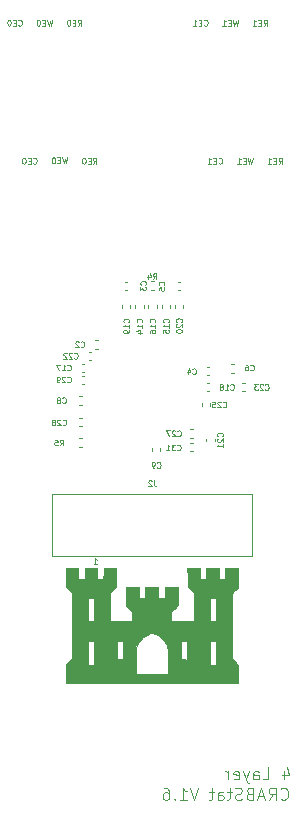
<source format=gbr>
%TF.GenerationSoftware,KiCad,Pcbnew,(5.1.2)-1*%
%TF.CreationDate,2022-05-17T10:19:51-05:00*%
%TF.ProjectId,aducm_board,61647563-6d5f-4626-9f61-72642e6b6963,1.6*%
%TF.SameCoordinates,Original*%
%TF.FileFunction,Legend,Bot*%
%TF.FilePolarity,Positive*%
%FSLAX46Y46*%
G04 Gerber Fmt 4.6, Leading zero omitted, Abs format (unit mm)*
G04 Created by KiCad (PCBNEW (5.1.2)-1) date 2022-05-17 10:19:51*
%MOMM*%
%LPD*%
G04 APERTURE LIST*
%ADD10C,0.101600*%
%ADD11C,0.050000*%
%ADD12C,0.120000*%
%ADD13C,0.010000*%
%ADD14C,0.050800*%
G04 APERTURE END LIST*
D10*
X152651333Y-150557285D02*
X152651333Y-151234619D01*
X152893238Y-150170238D02*
X153135142Y-150895952D01*
X152506190Y-150895952D01*
X150861238Y-151234619D02*
X151345047Y-151234619D01*
X151345047Y-150218619D01*
X150087142Y-151234619D02*
X150087142Y-150702428D01*
X150135523Y-150605666D01*
X150232285Y-150557285D01*
X150425809Y-150557285D01*
X150522571Y-150605666D01*
X150087142Y-151186238D02*
X150183904Y-151234619D01*
X150425809Y-151234619D01*
X150522571Y-151186238D01*
X150570952Y-151089476D01*
X150570952Y-150992714D01*
X150522571Y-150895952D01*
X150425809Y-150847571D01*
X150183904Y-150847571D01*
X150087142Y-150799190D01*
X149700095Y-150557285D02*
X149458190Y-151234619D01*
X149216285Y-150557285D02*
X149458190Y-151234619D01*
X149554952Y-151476523D01*
X149603333Y-151524904D01*
X149700095Y-151573285D01*
X148442190Y-151186238D02*
X148538952Y-151234619D01*
X148732476Y-151234619D01*
X148829238Y-151186238D01*
X148877619Y-151089476D01*
X148877619Y-150702428D01*
X148829238Y-150605666D01*
X148732476Y-150557285D01*
X148538952Y-150557285D01*
X148442190Y-150605666D01*
X148393809Y-150702428D01*
X148393809Y-150799190D01*
X148877619Y-150895952D01*
X147958380Y-151234619D02*
X147958380Y-150557285D01*
X147958380Y-150750809D02*
X147910000Y-150654047D01*
X147861619Y-150605666D01*
X147764857Y-150557285D01*
X147668095Y-150557285D01*
X152402952Y-152882857D02*
X152451333Y-152931238D01*
X152596476Y-152979619D01*
X152693238Y-152979619D01*
X152838380Y-152931238D01*
X152935142Y-152834476D01*
X152983523Y-152737714D01*
X153031904Y-152544190D01*
X153031904Y-152399047D01*
X152983523Y-152205523D01*
X152935142Y-152108761D01*
X152838380Y-152012000D01*
X152693238Y-151963619D01*
X152596476Y-151963619D01*
X152451333Y-152012000D01*
X152402952Y-152060380D01*
X151386952Y-152979619D02*
X151725619Y-152495809D01*
X151967523Y-152979619D02*
X151967523Y-151963619D01*
X151580476Y-151963619D01*
X151483714Y-152012000D01*
X151435333Y-152060380D01*
X151386952Y-152157142D01*
X151386952Y-152302285D01*
X151435333Y-152399047D01*
X151483714Y-152447428D01*
X151580476Y-152495809D01*
X151967523Y-152495809D01*
X150999904Y-152689333D02*
X150516095Y-152689333D01*
X151096666Y-152979619D02*
X150758000Y-151963619D01*
X150419333Y-152979619D01*
X149742000Y-152447428D02*
X149596857Y-152495809D01*
X149548476Y-152544190D01*
X149500095Y-152640952D01*
X149500095Y-152786095D01*
X149548476Y-152882857D01*
X149596857Y-152931238D01*
X149693619Y-152979619D01*
X150080666Y-152979619D01*
X150080666Y-151963619D01*
X149742000Y-151963619D01*
X149645238Y-152012000D01*
X149596857Y-152060380D01*
X149548476Y-152157142D01*
X149548476Y-152253904D01*
X149596857Y-152350666D01*
X149645238Y-152399047D01*
X149742000Y-152447428D01*
X150080666Y-152447428D01*
X149113047Y-152931238D02*
X148967904Y-152979619D01*
X148726000Y-152979619D01*
X148629238Y-152931238D01*
X148580857Y-152882857D01*
X148532476Y-152786095D01*
X148532476Y-152689333D01*
X148580857Y-152592571D01*
X148629238Y-152544190D01*
X148726000Y-152495809D01*
X148919523Y-152447428D01*
X149016285Y-152399047D01*
X149064666Y-152350666D01*
X149113047Y-152253904D01*
X149113047Y-152157142D01*
X149064666Y-152060380D01*
X149016285Y-152012000D01*
X148919523Y-151963619D01*
X148677619Y-151963619D01*
X148532476Y-152012000D01*
X148242190Y-152302285D02*
X147855142Y-152302285D01*
X148097047Y-151963619D02*
X148097047Y-152834476D01*
X148048666Y-152931238D01*
X147951904Y-152979619D01*
X147855142Y-152979619D01*
X147081047Y-152979619D02*
X147081047Y-152447428D01*
X147129428Y-152350666D01*
X147226190Y-152302285D01*
X147419714Y-152302285D01*
X147516476Y-152350666D01*
X147081047Y-152931238D02*
X147177809Y-152979619D01*
X147419714Y-152979619D01*
X147516476Y-152931238D01*
X147564857Y-152834476D01*
X147564857Y-152737714D01*
X147516476Y-152640952D01*
X147419714Y-152592571D01*
X147177809Y-152592571D01*
X147081047Y-152544190D01*
X146742380Y-152302285D02*
X146355333Y-152302285D01*
X146597238Y-151963619D02*
X146597238Y-152834476D01*
X146548857Y-152931238D01*
X146452095Y-152979619D01*
X146355333Y-152979619D01*
X145387714Y-151963619D02*
X145049047Y-152979619D01*
X144710380Y-151963619D01*
X143839523Y-152979619D02*
X144420095Y-152979619D01*
X144129809Y-152979619D02*
X144129809Y-151963619D01*
X144226571Y-152108761D01*
X144323333Y-152205523D01*
X144420095Y-152253904D01*
X143404095Y-152882857D02*
X143355714Y-152931238D01*
X143404095Y-152979619D01*
X143452476Y-152931238D01*
X143404095Y-152882857D01*
X143404095Y-152979619D01*
X142484857Y-151963619D02*
X142678380Y-151963619D01*
X142775142Y-152012000D01*
X142823523Y-152060380D01*
X142920285Y-152205523D01*
X142968666Y-152399047D01*
X142968666Y-152786095D01*
X142920285Y-152882857D01*
X142871904Y-152931238D01*
X142775142Y-152979619D01*
X142581619Y-152979619D01*
X142484857Y-152931238D01*
X142436476Y-152882857D01*
X142388095Y-152786095D01*
X142388095Y-152544190D01*
X142436476Y-152447428D01*
X142484857Y-152399047D01*
X142581619Y-152350666D01*
X142775142Y-152350666D01*
X142871904Y-152399047D01*
X142920285Y-152447428D01*
X142968666Y-152544190D01*
D11*
X150959523Y-87426190D02*
X151126190Y-87188095D01*
X151245238Y-87426190D02*
X151245238Y-86926190D01*
X151054761Y-86926190D01*
X151007142Y-86950000D01*
X150983333Y-86973809D01*
X150959523Y-87021428D01*
X150959523Y-87092857D01*
X150983333Y-87140476D01*
X151007142Y-87164285D01*
X151054761Y-87188095D01*
X151245238Y-87188095D01*
X150745238Y-87164285D02*
X150578571Y-87164285D01*
X150507142Y-87426190D02*
X150745238Y-87426190D01*
X150745238Y-86926190D01*
X150507142Y-86926190D01*
X150030952Y-87426190D02*
X150316666Y-87426190D01*
X150173809Y-87426190D02*
X150173809Y-86926190D01*
X150221428Y-86997619D01*
X150269047Y-87045238D01*
X150316666Y-87069047D01*
X148782856Y-86926190D02*
X148663808Y-87426190D01*
X148568570Y-87069047D01*
X148473332Y-87426190D01*
X148354285Y-86926190D01*
X148163808Y-87164285D02*
X147997142Y-87164285D01*
X147925713Y-87426190D02*
X148163808Y-87426190D01*
X148163808Y-86926190D01*
X147925713Y-86926190D01*
X147449523Y-87426190D02*
X147735237Y-87426190D01*
X147592380Y-87426190D02*
X147592380Y-86926190D01*
X147639999Y-86997619D01*
X147687618Y-87045238D01*
X147735237Y-87069047D01*
X145899523Y-87378571D02*
X145923333Y-87402380D01*
X145994761Y-87426190D01*
X146042380Y-87426190D01*
X146113809Y-87402380D01*
X146161428Y-87354761D01*
X146185238Y-87307142D01*
X146209047Y-87211904D01*
X146209047Y-87140476D01*
X146185238Y-87045238D01*
X146161428Y-86997619D01*
X146113809Y-86950000D01*
X146042380Y-86926190D01*
X145994761Y-86926190D01*
X145923333Y-86950000D01*
X145899523Y-86973809D01*
X145685238Y-87164285D02*
X145518571Y-87164285D01*
X145447142Y-87426190D02*
X145685238Y-87426190D01*
X145685238Y-86926190D01*
X145447142Y-86926190D01*
X144970952Y-87426190D02*
X145256666Y-87426190D01*
X145113809Y-87426190D02*
X145113809Y-86926190D01*
X145161428Y-86997619D01*
X145209047Y-87045238D01*
X145256666Y-87069047D01*
X152209523Y-99116190D02*
X152376190Y-98878095D01*
X152495238Y-99116190D02*
X152495238Y-98616190D01*
X152304761Y-98616190D01*
X152257142Y-98640000D01*
X152233333Y-98663809D01*
X152209523Y-98711428D01*
X152209523Y-98782857D01*
X152233333Y-98830476D01*
X152257142Y-98854285D01*
X152304761Y-98878095D01*
X152495238Y-98878095D01*
X151995238Y-98854285D02*
X151828571Y-98854285D01*
X151757142Y-99116190D02*
X151995238Y-99116190D01*
X151995238Y-98616190D01*
X151757142Y-98616190D01*
X151280952Y-99116190D02*
X151566666Y-99116190D01*
X151423809Y-99116190D02*
X151423809Y-98616190D01*
X151471428Y-98687619D01*
X151519047Y-98735238D01*
X151566666Y-98759047D01*
X147129523Y-99068571D02*
X147153333Y-99092380D01*
X147224761Y-99116190D01*
X147272380Y-99116190D01*
X147343809Y-99092380D01*
X147391428Y-99044761D01*
X147415238Y-98997142D01*
X147439047Y-98901904D01*
X147439047Y-98830476D01*
X147415238Y-98735238D01*
X147391428Y-98687619D01*
X147343809Y-98640000D01*
X147272380Y-98616190D01*
X147224761Y-98616190D01*
X147153333Y-98640000D01*
X147129523Y-98663809D01*
X146915238Y-98854285D02*
X146748571Y-98854285D01*
X146677142Y-99116190D02*
X146915238Y-99116190D01*
X146915238Y-98616190D01*
X146677142Y-98616190D01*
X146200952Y-99116190D02*
X146486666Y-99116190D01*
X146343809Y-99116190D02*
X146343809Y-98616190D01*
X146391428Y-98687619D01*
X146439047Y-98735238D01*
X146486666Y-98759047D01*
X150038571Y-98616190D02*
X149919523Y-99116190D01*
X149824285Y-98759047D01*
X149729047Y-99116190D01*
X149610000Y-98616190D01*
X149419523Y-98854285D02*
X149252857Y-98854285D01*
X149181428Y-99116190D02*
X149419523Y-99116190D01*
X149419523Y-98616190D01*
X149181428Y-98616190D01*
X148705238Y-99116190D02*
X148990952Y-99116190D01*
X148848095Y-99116190D02*
X148848095Y-98616190D01*
X148895714Y-98687619D01*
X148943333Y-98735238D01*
X148990952Y-98759047D01*
X136509523Y-99116190D02*
X136676190Y-98878095D01*
X136795238Y-99116190D02*
X136795238Y-98616190D01*
X136604761Y-98616190D01*
X136557142Y-98640000D01*
X136533333Y-98663809D01*
X136509523Y-98711428D01*
X136509523Y-98782857D01*
X136533333Y-98830476D01*
X136557142Y-98854285D01*
X136604761Y-98878095D01*
X136795238Y-98878095D01*
X136295238Y-98854285D02*
X136128571Y-98854285D01*
X136057142Y-99116190D02*
X136295238Y-99116190D01*
X136295238Y-98616190D01*
X136057142Y-98616190D01*
X135747619Y-98616190D02*
X135700000Y-98616190D01*
X135652380Y-98640000D01*
X135628571Y-98663809D01*
X135604761Y-98711428D01*
X135580952Y-98806666D01*
X135580952Y-98925714D01*
X135604761Y-99020952D01*
X135628571Y-99068571D01*
X135652380Y-99092380D01*
X135700000Y-99116190D01*
X135747619Y-99116190D01*
X135795238Y-99092380D01*
X135819047Y-99068571D01*
X135842857Y-99020952D01*
X135866666Y-98925714D01*
X135866666Y-98806666D01*
X135842857Y-98711428D01*
X135819047Y-98663809D01*
X135795238Y-98640000D01*
X135747619Y-98616190D01*
X130179523Y-87378571D02*
X130203333Y-87402380D01*
X130274761Y-87426190D01*
X130322380Y-87426190D01*
X130393809Y-87402380D01*
X130441428Y-87354761D01*
X130465238Y-87307142D01*
X130489047Y-87211904D01*
X130489047Y-87140476D01*
X130465238Y-87045238D01*
X130441428Y-86997619D01*
X130393809Y-86950000D01*
X130322380Y-86926190D01*
X130274761Y-86926190D01*
X130203333Y-86950000D01*
X130179523Y-86973809D01*
X129965238Y-87164285D02*
X129798571Y-87164285D01*
X129727142Y-87426190D02*
X129965238Y-87426190D01*
X129965238Y-86926190D01*
X129727142Y-86926190D01*
X129417619Y-86926190D02*
X129370000Y-86926190D01*
X129322380Y-86950000D01*
X129298571Y-86973809D01*
X129274761Y-87021428D01*
X129250952Y-87116666D01*
X129250952Y-87235714D01*
X129274761Y-87330952D01*
X129298571Y-87378571D01*
X129322380Y-87402380D01*
X129370000Y-87426190D01*
X129417619Y-87426190D01*
X129465238Y-87402380D01*
X129489047Y-87378571D01*
X129512857Y-87330952D01*
X129536666Y-87235714D01*
X129536666Y-87116666D01*
X129512857Y-87021428D01*
X129489047Y-86973809D01*
X129465238Y-86950000D01*
X129417619Y-86926190D01*
X131429523Y-99068571D02*
X131453333Y-99092380D01*
X131524761Y-99116190D01*
X131572380Y-99116190D01*
X131643809Y-99092380D01*
X131691428Y-99044761D01*
X131715238Y-98997142D01*
X131739047Y-98901904D01*
X131739047Y-98830476D01*
X131715238Y-98735238D01*
X131691428Y-98687619D01*
X131643809Y-98640000D01*
X131572380Y-98616190D01*
X131524761Y-98616190D01*
X131453333Y-98640000D01*
X131429523Y-98663809D01*
X131215238Y-98854285D02*
X131048571Y-98854285D01*
X130977142Y-99116190D02*
X131215238Y-99116190D01*
X131215238Y-98616190D01*
X130977142Y-98616190D01*
X130667619Y-98616190D02*
X130620000Y-98616190D01*
X130572380Y-98640000D01*
X130548571Y-98663809D01*
X130524761Y-98711428D01*
X130500952Y-98806666D01*
X130500952Y-98925714D01*
X130524761Y-99020952D01*
X130548571Y-99068571D01*
X130572380Y-99092380D01*
X130620000Y-99116190D01*
X130667619Y-99116190D01*
X130715238Y-99092380D01*
X130739047Y-99068571D01*
X130762857Y-99020952D01*
X130786666Y-98925714D01*
X130786666Y-98806666D01*
X130762857Y-98711428D01*
X130739047Y-98663809D01*
X130715238Y-98640000D01*
X130667619Y-98616190D01*
X133052856Y-86926190D02*
X132933808Y-87426190D01*
X132838570Y-87069047D01*
X132743332Y-87426190D01*
X132624285Y-86926190D01*
X132433808Y-87164285D02*
X132267142Y-87164285D01*
X132195713Y-87426190D02*
X132433808Y-87426190D01*
X132433808Y-86926190D01*
X132195713Y-86926190D01*
X131886189Y-86926190D02*
X131838570Y-86926190D01*
X131790951Y-86950000D01*
X131767142Y-86973809D01*
X131743332Y-87021428D01*
X131719523Y-87116666D01*
X131719523Y-87235714D01*
X131743332Y-87330952D01*
X131767142Y-87378571D01*
X131790951Y-87402380D01*
X131838570Y-87426190D01*
X131886189Y-87426190D01*
X131933808Y-87402380D01*
X131957618Y-87378571D01*
X131981427Y-87330952D01*
X132005237Y-87235714D01*
X132005237Y-87116666D01*
X131981427Y-87021428D01*
X131957618Y-86973809D01*
X131933808Y-86950000D01*
X131886189Y-86926190D01*
X134338571Y-98580475D02*
X134219523Y-99080475D01*
X134124285Y-98723332D01*
X134029047Y-99080475D01*
X133910000Y-98580475D01*
X133719523Y-98818570D02*
X133552857Y-98818570D01*
X133481428Y-99080475D02*
X133719523Y-99080475D01*
X133719523Y-98580475D01*
X133481428Y-98580475D01*
X133171904Y-98580475D02*
X133124285Y-98580475D01*
X133076666Y-98604285D01*
X133052857Y-98628094D01*
X133029047Y-98675713D01*
X133005238Y-98770951D01*
X133005238Y-98889999D01*
X133029047Y-98985237D01*
X133052857Y-99032856D01*
X133076666Y-99056665D01*
X133124285Y-99080475D01*
X133171904Y-99080475D01*
X133219523Y-99056665D01*
X133243333Y-99032856D01*
X133267142Y-98985237D01*
X133290952Y-98889999D01*
X133290952Y-98770951D01*
X133267142Y-98675713D01*
X133243333Y-98628094D01*
X133219523Y-98604285D01*
X133171904Y-98580475D01*
X135229523Y-87426190D02*
X135396190Y-87188095D01*
X135515238Y-87426190D02*
X135515238Y-86926190D01*
X135324761Y-86926190D01*
X135277142Y-86950000D01*
X135253333Y-86973809D01*
X135229523Y-87021428D01*
X135229523Y-87092857D01*
X135253333Y-87140476D01*
X135277142Y-87164285D01*
X135324761Y-87188095D01*
X135515238Y-87188095D01*
X135015238Y-87164285D02*
X134848571Y-87164285D01*
X134777142Y-87426190D02*
X135015238Y-87426190D01*
X135015238Y-86926190D01*
X134777142Y-86926190D01*
X134467619Y-86926190D02*
X134420000Y-86926190D01*
X134372380Y-86950000D01*
X134348571Y-86973809D01*
X134324761Y-87021428D01*
X134300952Y-87116666D01*
X134300952Y-87235714D01*
X134324761Y-87330952D01*
X134348571Y-87378571D01*
X134372380Y-87402380D01*
X134420000Y-87426190D01*
X134467619Y-87426190D01*
X134515238Y-87402380D01*
X134539047Y-87378571D01*
X134562857Y-87330952D01*
X134586666Y-87235714D01*
X134586666Y-87116666D01*
X134562857Y-87021428D01*
X134539047Y-86973809D01*
X134515238Y-86950000D01*
X134467619Y-86926190D01*
X136567142Y-133026190D02*
X136852857Y-133026190D01*
X136710000Y-133026190D02*
X136710000Y-132526190D01*
X136757619Y-132597619D01*
X136805238Y-132645238D01*
X136852857Y-132669047D01*
D12*
%TO.C,R5*%
X135603641Y-123090000D02*
X135296359Y-123090000D01*
X135603641Y-122330000D02*
X135296359Y-122330000D01*
%TO.C,J2*%
X133000000Y-132340000D02*
X150000000Y-132340000D01*
X133000000Y-127090000D02*
X150000000Y-127090000D01*
X133000000Y-132340000D02*
X133000000Y-127090000D01*
X150000000Y-132340000D02*
X150000000Y-127090000D01*
D13*
%TO.C,*%
G36*
X137936063Y-133353669D02*
G01*
X137404250Y-133362375D01*
X137395464Y-133830687D01*
X137386678Y-134299000D01*
X136880375Y-134299000D01*
X136880375Y-133346500D01*
X135800875Y-133346500D01*
X135800875Y-134299000D01*
X135261125Y-134299000D01*
X135261125Y-133346500D01*
X134181625Y-133346500D01*
X134181625Y-134953069D01*
X134435625Y-135229771D01*
X134689625Y-135506474D01*
X134689625Y-140972088D01*
X134181625Y-141520072D01*
X134181625Y-143125500D01*
X148818375Y-143125500D01*
X148818375Y-142363500D01*
X142849375Y-142363500D01*
X140147669Y-142363500D01*
X140157085Y-141212562D01*
X140166500Y-140061625D01*
X140289346Y-139815562D01*
X140347402Y-139704843D01*
X140397199Y-139619966D01*
X140430822Y-139574034D01*
X140438019Y-139569500D01*
X139039375Y-139569500D01*
X139039375Y-141093500D01*
X138499625Y-141093500D01*
X138499625Y-139569500D01*
X136626375Y-139569500D01*
X136626375Y-141538000D01*
X136054875Y-141538000D01*
X136054875Y-139569500D01*
X136626375Y-139569500D01*
X138499625Y-139569500D01*
X139039375Y-139569500D01*
X140438019Y-139569500D01*
X140468041Y-139543633D01*
X140481504Y-139513937D01*
X140534371Y-139421749D01*
X140633006Y-139313900D01*
X140764866Y-139199873D01*
X140917409Y-139089153D01*
X141078095Y-138991226D01*
X141234381Y-138915575D01*
X141308342Y-138888630D01*
X141407169Y-138859404D01*
X141478941Y-138848256D01*
X141549365Y-138855883D01*
X141644147Y-138882978D01*
X141693445Y-138899030D01*
X141825040Y-138948569D01*
X141954514Y-139007479D01*
X142032405Y-139050243D01*
X142167650Y-139152417D01*
X142315872Y-139292949D01*
X142460381Y-139454056D01*
X142584485Y-139617955D01*
X142626312Y-139683021D01*
X142681831Y-139779431D01*
X142727183Y-139871600D01*
X142763397Y-139967169D01*
X142791504Y-140073784D01*
X142812535Y-140199087D01*
X142827521Y-140350722D01*
X142837492Y-140536331D01*
X142843478Y-140763558D01*
X142846512Y-141040047D01*
X142847545Y-141323687D01*
X142849375Y-142363500D01*
X148818375Y-142363500D01*
X148818375Y-141539073D01*
X148278625Y-140950679D01*
X148278765Y-139569500D01*
X146913375Y-139569500D01*
X146913375Y-141538000D01*
X146373625Y-141538000D01*
X146373625Y-139569500D01*
X144468625Y-139569500D01*
X144468625Y-141096068D01*
X144206688Y-141086846D01*
X143944750Y-141077625D01*
X143936238Y-140323562D01*
X143927726Y-139569500D01*
X144468625Y-139569500D01*
X146373625Y-139569500D01*
X146913375Y-139569500D01*
X148278765Y-139569500D01*
X148278901Y-138236027D01*
X148279142Y-135854750D01*
X146913375Y-135854750D01*
X146913375Y-137855000D01*
X146373625Y-137855000D01*
X146373625Y-135854750D01*
X146913375Y-135854750D01*
X148279142Y-135854750D01*
X148279176Y-135521375D01*
X148383826Y-135410250D01*
X148458992Y-135329375D01*
X148555660Y-135223952D01*
X148652967Y-135116734D01*
X148653426Y-135116226D01*
X148818375Y-134933327D01*
X148818375Y-133346500D01*
X147707125Y-133346500D01*
X147707125Y-134299000D01*
X147199125Y-134299000D01*
X147199125Y-133345000D01*
X146651438Y-133353687D01*
X146103750Y-133362375D01*
X146086178Y-134298999D01*
X145833027Y-134298999D01*
X145579875Y-134299000D01*
X145579875Y-133346500D01*
X144500375Y-133346500D01*
X144501327Y-134132312D01*
X144502278Y-134918125D01*
X144770556Y-135203875D01*
X145038835Y-135489625D01*
X145039480Y-136672312D01*
X145040125Y-137855000D01*
X143135125Y-137855000D01*
X143135125Y-137103746D01*
X143285938Y-136933308D01*
X143384033Y-136823381D01*
X143485978Y-136710594D01*
X143555813Y-136634420D01*
X143674876Y-136505969D01*
X143674875Y-135735859D01*
X143674875Y-134965750D01*
X142563625Y-134965750D01*
X142563625Y-135854750D01*
X142023875Y-135854750D01*
X142023875Y-134965750D01*
X140944375Y-134965750D01*
X140944375Y-135854750D01*
X140436375Y-135854750D01*
X140436375Y-134965750D01*
X139325125Y-134965750D01*
X139326151Y-135751562D01*
X139327177Y-136537375D01*
X139832371Y-137077125D01*
X139832748Y-137466062D01*
X139833125Y-137855000D01*
X137959875Y-137855000D01*
X137959876Y-136662664D01*
X137959876Y-135854750D01*
X136626375Y-135854750D01*
X136626375Y-137855000D01*
X136086625Y-137855000D01*
X136086625Y-135854750D01*
X136626375Y-135854750D01*
X137959876Y-135854750D01*
X137959876Y-135470328D01*
X138213188Y-135210101D01*
X138466500Y-134949875D01*
X138467188Y-134147419D01*
X138467875Y-133344964D01*
X137936063Y-133353669D01*
X137936063Y-133353669D01*
G37*
X137936063Y-133353669D02*
X137404250Y-133362375D01*
X137395464Y-133830687D01*
X137386678Y-134299000D01*
X136880375Y-134299000D01*
X136880375Y-133346500D01*
X135800875Y-133346500D01*
X135800875Y-134299000D01*
X135261125Y-134299000D01*
X135261125Y-133346500D01*
X134181625Y-133346500D01*
X134181625Y-134953069D01*
X134435625Y-135229771D01*
X134689625Y-135506474D01*
X134689625Y-140972088D01*
X134181625Y-141520072D01*
X134181625Y-143125500D01*
X148818375Y-143125500D01*
X148818375Y-142363500D01*
X142849375Y-142363500D01*
X140147669Y-142363500D01*
X140157085Y-141212562D01*
X140166500Y-140061625D01*
X140289346Y-139815562D01*
X140347402Y-139704843D01*
X140397199Y-139619966D01*
X140430822Y-139574034D01*
X140438019Y-139569500D01*
X139039375Y-139569500D01*
X139039375Y-141093500D01*
X138499625Y-141093500D01*
X138499625Y-139569500D01*
X136626375Y-139569500D01*
X136626375Y-141538000D01*
X136054875Y-141538000D01*
X136054875Y-139569500D01*
X136626375Y-139569500D01*
X138499625Y-139569500D01*
X139039375Y-139569500D01*
X140438019Y-139569500D01*
X140468041Y-139543633D01*
X140481504Y-139513937D01*
X140534371Y-139421749D01*
X140633006Y-139313900D01*
X140764866Y-139199873D01*
X140917409Y-139089153D01*
X141078095Y-138991226D01*
X141234381Y-138915575D01*
X141308342Y-138888630D01*
X141407169Y-138859404D01*
X141478941Y-138848256D01*
X141549365Y-138855883D01*
X141644147Y-138882978D01*
X141693445Y-138899030D01*
X141825040Y-138948569D01*
X141954514Y-139007479D01*
X142032405Y-139050243D01*
X142167650Y-139152417D01*
X142315872Y-139292949D01*
X142460381Y-139454056D01*
X142584485Y-139617955D01*
X142626312Y-139683021D01*
X142681831Y-139779431D01*
X142727183Y-139871600D01*
X142763397Y-139967169D01*
X142791504Y-140073784D01*
X142812535Y-140199087D01*
X142827521Y-140350722D01*
X142837492Y-140536331D01*
X142843478Y-140763558D01*
X142846512Y-141040047D01*
X142847545Y-141323687D01*
X142849375Y-142363500D01*
X148818375Y-142363500D01*
X148818375Y-141539073D01*
X148278625Y-140950679D01*
X148278765Y-139569500D01*
X146913375Y-139569500D01*
X146913375Y-141538000D01*
X146373625Y-141538000D01*
X146373625Y-139569500D01*
X144468625Y-139569500D01*
X144468625Y-141096068D01*
X144206688Y-141086846D01*
X143944750Y-141077625D01*
X143936238Y-140323562D01*
X143927726Y-139569500D01*
X144468625Y-139569500D01*
X146373625Y-139569500D01*
X146913375Y-139569500D01*
X148278765Y-139569500D01*
X148278901Y-138236027D01*
X148279142Y-135854750D01*
X146913375Y-135854750D01*
X146913375Y-137855000D01*
X146373625Y-137855000D01*
X146373625Y-135854750D01*
X146913375Y-135854750D01*
X148279142Y-135854750D01*
X148279176Y-135521375D01*
X148383826Y-135410250D01*
X148458992Y-135329375D01*
X148555660Y-135223952D01*
X148652967Y-135116734D01*
X148653426Y-135116226D01*
X148818375Y-134933327D01*
X148818375Y-133346500D01*
X147707125Y-133346500D01*
X147707125Y-134299000D01*
X147199125Y-134299000D01*
X147199125Y-133345000D01*
X146651438Y-133353687D01*
X146103750Y-133362375D01*
X146086178Y-134298999D01*
X145833027Y-134298999D01*
X145579875Y-134299000D01*
X145579875Y-133346500D01*
X144500375Y-133346500D01*
X144501327Y-134132312D01*
X144502278Y-134918125D01*
X144770556Y-135203875D01*
X145038835Y-135489625D01*
X145039480Y-136672312D01*
X145040125Y-137855000D01*
X143135125Y-137855000D01*
X143135125Y-137103746D01*
X143285938Y-136933308D01*
X143384033Y-136823381D01*
X143485978Y-136710594D01*
X143555813Y-136634420D01*
X143674876Y-136505969D01*
X143674875Y-135735859D01*
X143674875Y-134965750D01*
X142563625Y-134965750D01*
X142563625Y-135854750D01*
X142023875Y-135854750D01*
X142023875Y-134965750D01*
X140944375Y-134965750D01*
X140944375Y-135854750D01*
X140436375Y-135854750D01*
X140436375Y-134965750D01*
X139325125Y-134965750D01*
X139326151Y-135751562D01*
X139327177Y-136537375D01*
X139832371Y-137077125D01*
X139832748Y-137466062D01*
X139833125Y-137855000D01*
X137959875Y-137855000D01*
X137959876Y-136662664D01*
X137959876Y-135854750D01*
X136626375Y-135854750D01*
X136626375Y-137855000D01*
X136086625Y-137855000D01*
X136086625Y-135854750D01*
X136626375Y-135854750D01*
X137959876Y-135854750D01*
X137959876Y-135470328D01*
X138213188Y-135210101D01*
X138466500Y-134949875D01*
X138467188Y-134147419D01*
X138467875Y-133344964D01*
X137936063Y-133353669D01*
D12*
%TO.C,C23*%
X149327836Y-117680000D02*
X149112164Y-117680000D01*
X149327836Y-118400000D02*
X149112164Y-118400000D01*
%TO.C,C8*%
X135557836Y-118790000D02*
X135342164Y-118790000D01*
X135557836Y-119510000D02*
X135342164Y-119510000D01*
%TO.C,C9*%
X141490000Y-123222164D02*
X141490000Y-123437836D01*
X142210000Y-123222164D02*
X142210000Y-123437836D01*
%TO.C,C27*%
X144732164Y-122300000D02*
X144947836Y-122300000D01*
X144732164Y-121580000D02*
X144947836Y-121580000D01*
%TO.C,C31*%
X144732164Y-123480000D02*
X144947836Y-123480000D01*
X144732164Y-122760000D02*
X144947836Y-122760000D01*
%TO.C,C21*%
X146090000Y-122422164D02*
X146090000Y-122637836D01*
X146810000Y-122422164D02*
X146810000Y-122637836D01*
%TO.C,R4*%
X141703641Y-109840000D02*
X141396359Y-109840000D01*
X141703641Y-109080000D02*
X141396359Y-109080000D01*
%TO.C,C29*%
X135757836Y-117050000D02*
X135542164Y-117050000D01*
X135757836Y-117770000D02*
X135542164Y-117770000D01*
%TO.C,C28*%
X135557836Y-120640000D02*
X135342164Y-120640000D01*
X135557836Y-121360000D02*
X135342164Y-121360000D01*
%TO.C,C20*%
X144160000Y-111082164D02*
X144160000Y-111297836D01*
X143440000Y-111082164D02*
X143440000Y-111297836D01*
%TO.C,C19*%
X139660000Y-111102164D02*
X139660000Y-111317836D01*
X138940000Y-111102164D02*
X138940000Y-111317836D01*
%TO.C,C25*%
X146420000Y-119617836D02*
X146420000Y-119402164D01*
X145700000Y-119617836D02*
X145700000Y-119402164D01*
%TO.C,C22*%
X136122164Y-115760000D02*
X136337836Y-115760000D01*
X136122164Y-115040000D02*
X136337836Y-115040000D01*
%TO.C,C18*%
X146142164Y-118400000D02*
X146357836Y-118400000D01*
X146142164Y-117680000D02*
X146357836Y-117680000D01*
%TO.C,C17*%
X135777836Y-116040000D02*
X135562164Y-116040000D01*
X135777836Y-116760000D02*
X135562164Y-116760000D01*
%TO.C,C16*%
X141190000Y-111297836D02*
X141190000Y-111082164D01*
X141910000Y-111297836D02*
X141910000Y-111082164D01*
%TO.C,C15*%
X143035000Y-111082164D02*
X143035000Y-111297836D01*
X142315000Y-111082164D02*
X142315000Y-111297836D01*
%TO.C,C14*%
X140065000Y-111317836D02*
X140065000Y-111102164D01*
X140785000Y-111317836D02*
X140785000Y-111102164D01*
%TO.C,C6*%
X148222164Y-116810000D02*
X148437836Y-116810000D01*
X148222164Y-116090000D02*
X148437836Y-116090000D01*
%TO.C,C5*%
X143907836Y-109820000D02*
X143692164Y-109820000D01*
X143907836Y-109100000D02*
X143692164Y-109100000D01*
%TO.C,C4*%
X146142164Y-117010000D02*
X146357836Y-117010000D01*
X146142164Y-116290000D02*
X146357836Y-116290000D01*
%TO.C,C3*%
X139192164Y-109100000D02*
X139407836Y-109100000D01*
X139192164Y-109820000D02*
X139407836Y-109820000D01*
%TO.C,C2*%
X136917836Y-114050000D02*
X136702164Y-114050000D01*
X136917836Y-114770000D02*
X136702164Y-114770000D01*
%TO.C,R5*%
D14*
X133680433Y-122958319D02*
X133841300Y-122728509D01*
X133956204Y-122958319D02*
X133956204Y-122475719D01*
X133772357Y-122475719D01*
X133726395Y-122498700D01*
X133703414Y-122521680D01*
X133680433Y-122567642D01*
X133680433Y-122636585D01*
X133703414Y-122682547D01*
X133726395Y-122705528D01*
X133772357Y-122728509D01*
X133956204Y-122728509D01*
X133243795Y-122475719D02*
X133473604Y-122475719D01*
X133496585Y-122705528D01*
X133473604Y-122682547D01*
X133427642Y-122659566D01*
X133312738Y-122659566D01*
X133266776Y-122682547D01*
X133243795Y-122705528D01*
X133220814Y-122751490D01*
X133220814Y-122866395D01*
X133243795Y-122912357D01*
X133266776Y-122935338D01*
X133312738Y-122958319D01*
X133427642Y-122958319D01*
X133473604Y-122935338D01*
X133496585Y-122912357D01*
%TO.C,J2*%
X141670866Y-125935719D02*
X141670866Y-126280433D01*
X141693847Y-126349376D01*
X141739809Y-126395338D01*
X141808752Y-126418319D01*
X141854714Y-126418319D01*
X141464038Y-125981680D02*
X141441057Y-125958700D01*
X141395095Y-125935719D01*
X141280190Y-125935719D01*
X141234228Y-125958700D01*
X141211247Y-125981680D01*
X141188266Y-126027642D01*
X141188266Y-126073604D01*
X141211247Y-126142547D01*
X141487019Y-126418319D01*
X141188266Y-126418319D01*
%TO.C,C23*%
X151080242Y-118222357D02*
X151103223Y-118245338D01*
X151172166Y-118268319D01*
X151218128Y-118268319D01*
X151287071Y-118245338D01*
X151333033Y-118199376D01*
X151356014Y-118153414D01*
X151378995Y-118061490D01*
X151378995Y-117992547D01*
X151356014Y-117900623D01*
X151333033Y-117854661D01*
X151287071Y-117808700D01*
X151218128Y-117785719D01*
X151172166Y-117785719D01*
X151103223Y-117808700D01*
X151080242Y-117831680D01*
X150896395Y-117831680D02*
X150873414Y-117808700D01*
X150827452Y-117785719D01*
X150712547Y-117785719D01*
X150666585Y-117808700D01*
X150643604Y-117831680D01*
X150620623Y-117877642D01*
X150620623Y-117923604D01*
X150643604Y-117992547D01*
X150919376Y-118268319D01*
X150620623Y-118268319D01*
X150459757Y-117785719D02*
X150161004Y-117785719D01*
X150321871Y-117969566D01*
X150252928Y-117969566D01*
X150206966Y-117992547D01*
X150183985Y-118015528D01*
X150161004Y-118061490D01*
X150161004Y-118176395D01*
X150183985Y-118222357D01*
X150206966Y-118245338D01*
X150252928Y-118268319D01*
X150390814Y-118268319D01*
X150436776Y-118245338D01*
X150459757Y-118222357D01*
%TO.C,C8*%
X133900433Y-119332357D02*
X133923414Y-119355338D01*
X133992357Y-119378319D01*
X134038319Y-119378319D01*
X134107261Y-119355338D01*
X134153223Y-119309376D01*
X134176204Y-119263414D01*
X134199185Y-119171490D01*
X134199185Y-119102547D01*
X134176204Y-119010623D01*
X134153223Y-118964661D01*
X134107261Y-118918700D01*
X134038319Y-118895719D01*
X133992357Y-118895719D01*
X133923414Y-118918700D01*
X133900433Y-118941680D01*
X133624661Y-119102547D02*
X133670623Y-119079566D01*
X133693604Y-119056585D01*
X133716585Y-119010623D01*
X133716585Y-118987642D01*
X133693604Y-118941680D01*
X133670623Y-118918700D01*
X133624661Y-118895719D01*
X133532738Y-118895719D01*
X133486776Y-118918700D01*
X133463795Y-118941680D01*
X133440814Y-118987642D01*
X133440814Y-119010623D01*
X133463795Y-119056585D01*
X133486776Y-119079566D01*
X133532738Y-119102547D01*
X133624661Y-119102547D01*
X133670623Y-119125528D01*
X133693604Y-119148509D01*
X133716585Y-119194471D01*
X133716585Y-119286395D01*
X133693604Y-119332357D01*
X133670623Y-119355338D01*
X133624661Y-119378319D01*
X133532738Y-119378319D01*
X133486776Y-119355338D01*
X133463795Y-119332357D01*
X133440814Y-119286395D01*
X133440814Y-119194471D01*
X133463795Y-119148509D01*
X133486776Y-119125528D01*
X133532738Y-119102547D01*
%TO.C,C9*%
X141930433Y-124822357D02*
X141953414Y-124845338D01*
X142022357Y-124868319D01*
X142068319Y-124868319D01*
X142137261Y-124845338D01*
X142183223Y-124799376D01*
X142206204Y-124753414D01*
X142229185Y-124661490D01*
X142229185Y-124592547D01*
X142206204Y-124500623D01*
X142183223Y-124454661D01*
X142137261Y-124408700D01*
X142068319Y-124385719D01*
X142022357Y-124385719D01*
X141953414Y-124408700D01*
X141930433Y-124431680D01*
X141700623Y-124868319D02*
X141608700Y-124868319D01*
X141562738Y-124845338D01*
X141539757Y-124822357D01*
X141493795Y-124753414D01*
X141470814Y-124661490D01*
X141470814Y-124477642D01*
X141493795Y-124431680D01*
X141516776Y-124408700D01*
X141562738Y-124385719D01*
X141654661Y-124385719D01*
X141700623Y-124408700D01*
X141723604Y-124431680D01*
X141746585Y-124477642D01*
X141746585Y-124592547D01*
X141723604Y-124638509D01*
X141700623Y-124661490D01*
X141654661Y-124684471D01*
X141562738Y-124684471D01*
X141516776Y-124661490D01*
X141493795Y-124638509D01*
X141470814Y-124592547D01*
%TO.C,C27*%
X143650242Y-122142357D02*
X143673223Y-122165338D01*
X143742166Y-122188319D01*
X143788128Y-122188319D01*
X143857071Y-122165338D01*
X143903033Y-122119376D01*
X143926014Y-122073414D01*
X143948995Y-121981490D01*
X143948995Y-121912547D01*
X143926014Y-121820623D01*
X143903033Y-121774661D01*
X143857071Y-121728700D01*
X143788128Y-121705719D01*
X143742166Y-121705719D01*
X143673223Y-121728700D01*
X143650242Y-121751680D01*
X143466395Y-121751680D02*
X143443414Y-121728700D01*
X143397452Y-121705719D01*
X143282547Y-121705719D01*
X143236585Y-121728700D01*
X143213604Y-121751680D01*
X143190623Y-121797642D01*
X143190623Y-121843604D01*
X143213604Y-121912547D01*
X143489376Y-122188319D01*
X143190623Y-122188319D01*
X143029757Y-121705719D02*
X142708023Y-121705719D01*
X142914852Y-122188319D01*
%TO.C,C31*%
X143610242Y-123342357D02*
X143633223Y-123365338D01*
X143702166Y-123388319D01*
X143748128Y-123388319D01*
X143817071Y-123365338D01*
X143863033Y-123319376D01*
X143886014Y-123273414D01*
X143908995Y-123181490D01*
X143908995Y-123112547D01*
X143886014Y-123020623D01*
X143863033Y-122974661D01*
X143817071Y-122928700D01*
X143748128Y-122905719D01*
X143702166Y-122905719D01*
X143633223Y-122928700D01*
X143610242Y-122951680D01*
X143449376Y-122905719D02*
X143150623Y-122905719D01*
X143311490Y-123089566D01*
X143242547Y-123089566D01*
X143196585Y-123112547D01*
X143173604Y-123135528D01*
X143150623Y-123181490D01*
X143150623Y-123296395D01*
X143173604Y-123342357D01*
X143196585Y-123365338D01*
X143242547Y-123388319D01*
X143380433Y-123388319D01*
X143426395Y-123365338D01*
X143449376Y-123342357D01*
X142691004Y-123388319D02*
X142966776Y-123388319D01*
X142828890Y-123388319D02*
X142828890Y-122905719D01*
X142874852Y-122974661D01*
X142920814Y-123020623D01*
X142966776Y-123043604D01*
%TO.C,C21*%
X147442357Y-122209757D02*
X147465338Y-122186776D01*
X147488319Y-122117833D01*
X147488319Y-122071871D01*
X147465338Y-122002928D01*
X147419376Y-121956966D01*
X147373414Y-121933985D01*
X147281490Y-121911004D01*
X147212547Y-121911004D01*
X147120623Y-121933985D01*
X147074661Y-121956966D01*
X147028700Y-122002928D01*
X147005719Y-122071871D01*
X147005719Y-122117833D01*
X147028700Y-122186776D01*
X147051680Y-122209757D01*
X147051680Y-122393604D02*
X147028700Y-122416585D01*
X147005719Y-122462547D01*
X147005719Y-122577452D01*
X147028700Y-122623414D01*
X147051680Y-122646395D01*
X147097642Y-122669376D01*
X147143604Y-122669376D01*
X147212547Y-122646395D01*
X147488319Y-122370623D01*
X147488319Y-122669376D01*
X147488319Y-123128995D02*
X147488319Y-122853223D01*
X147488319Y-122991109D02*
X147005719Y-122991109D01*
X147074661Y-122945147D01*
X147120623Y-122899185D01*
X147143604Y-122853223D01*
%TO.C,R4*%
X141595433Y-108878319D02*
X141756300Y-108648509D01*
X141871204Y-108878319D02*
X141871204Y-108395719D01*
X141687357Y-108395719D01*
X141641395Y-108418700D01*
X141618414Y-108441680D01*
X141595433Y-108487642D01*
X141595433Y-108556585D01*
X141618414Y-108602547D01*
X141641395Y-108625528D01*
X141687357Y-108648509D01*
X141871204Y-108648509D01*
X141181776Y-108556585D02*
X141181776Y-108878319D01*
X141296680Y-108372738D02*
X141411585Y-108717452D01*
X141112833Y-108717452D01*
%TO.C,C29*%
X134330242Y-117582357D02*
X134353223Y-117605338D01*
X134422166Y-117628319D01*
X134468128Y-117628319D01*
X134537071Y-117605338D01*
X134583033Y-117559376D01*
X134606014Y-117513414D01*
X134628995Y-117421490D01*
X134628995Y-117352547D01*
X134606014Y-117260623D01*
X134583033Y-117214661D01*
X134537071Y-117168700D01*
X134468128Y-117145719D01*
X134422166Y-117145719D01*
X134353223Y-117168700D01*
X134330242Y-117191680D01*
X134146395Y-117191680D02*
X134123414Y-117168700D01*
X134077452Y-117145719D01*
X133962547Y-117145719D01*
X133916585Y-117168700D01*
X133893604Y-117191680D01*
X133870623Y-117237642D01*
X133870623Y-117283604D01*
X133893604Y-117352547D01*
X134169376Y-117628319D01*
X133870623Y-117628319D01*
X133640814Y-117628319D02*
X133548890Y-117628319D01*
X133502928Y-117605338D01*
X133479947Y-117582357D01*
X133433985Y-117513414D01*
X133411004Y-117421490D01*
X133411004Y-117237642D01*
X133433985Y-117191680D01*
X133456966Y-117168700D01*
X133502928Y-117145719D01*
X133594852Y-117145719D01*
X133640814Y-117168700D01*
X133663795Y-117191680D01*
X133686776Y-117237642D01*
X133686776Y-117352547D01*
X133663795Y-117398509D01*
X133640814Y-117421490D01*
X133594852Y-117444471D01*
X133502928Y-117444471D01*
X133456966Y-117421490D01*
X133433985Y-117398509D01*
X133411004Y-117352547D01*
%TO.C,C28*%
X133920242Y-121212357D02*
X133943223Y-121235338D01*
X134012166Y-121258319D01*
X134058128Y-121258319D01*
X134127071Y-121235338D01*
X134173033Y-121189376D01*
X134196014Y-121143414D01*
X134218995Y-121051490D01*
X134218995Y-120982547D01*
X134196014Y-120890623D01*
X134173033Y-120844661D01*
X134127071Y-120798700D01*
X134058128Y-120775719D01*
X134012166Y-120775719D01*
X133943223Y-120798700D01*
X133920242Y-120821680D01*
X133736395Y-120821680D02*
X133713414Y-120798700D01*
X133667452Y-120775719D01*
X133552547Y-120775719D01*
X133506585Y-120798700D01*
X133483604Y-120821680D01*
X133460623Y-120867642D01*
X133460623Y-120913604D01*
X133483604Y-120982547D01*
X133759376Y-121258319D01*
X133460623Y-121258319D01*
X133184852Y-120982547D02*
X133230814Y-120959566D01*
X133253795Y-120936585D01*
X133276776Y-120890623D01*
X133276776Y-120867642D01*
X133253795Y-120821680D01*
X133230814Y-120798700D01*
X133184852Y-120775719D01*
X133092928Y-120775719D01*
X133046966Y-120798700D01*
X133023985Y-120821680D01*
X133001004Y-120867642D01*
X133001004Y-120890623D01*
X133023985Y-120936585D01*
X133046966Y-120959566D01*
X133092928Y-120982547D01*
X133184852Y-120982547D01*
X133230814Y-121005528D01*
X133253795Y-121028509D01*
X133276776Y-121074471D01*
X133276776Y-121166395D01*
X133253795Y-121212357D01*
X133230814Y-121235338D01*
X133184852Y-121258319D01*
X133092928Y-121258319D01*
X133046966Y-121235338D01*
X133023985Y-121212357D01*
X133001004Y-121166395D01*
X133001004Y-121074471D01*
X133023985Y-121028509D01*
X133046966Y-121005528D01*
X133092928Y-120982547D01*
%TO.C,C20*%
X143972357Y-112504757D02*
X143995338Y-112481776D01*
X144018319Y-112412833D01*
X144018319Y-112366871D01*
X143995338Y-112297928D01*
X143949376Y-112251966D01*
X143903414Y-112228985D01*
X143811490Y-112206004D01*
X143742547Y-112206004D01*
X143650623Y-112228985D01*
X143604661Y-112251966D01*
X143558700Y-112297928D01*
X143535719Y-112366871D01*
X143535719Y-112412833D01*
X143558700Y-112481776D01*
X143581680Y-112504757D01*
X143581680Y-112688604D02*
X143558700Y-112711585D01*
X143535719Y-112757547D01*
X143535719Y-112872452D01*
X143558700Y-112918414D01*
X143581680Y-112941395D01*
X143627642Y-112964376D01*
X143673604Y-112964376D01*
X143742547Y-112941395D01*
X144018319Y-112665623D01*
X144018319Y-112964376D01*
X143535719Y-113263128D02*
X143535719Y-113309090D01*
X143558700Y-113355052D01*
X143581680Y-113378033D01*
X143627642Y-113401014D01*
X143719566Y-113423995D01*
X143834471Y-113423995D01*
X143926395Y-113401014D01*
X143972357Y-113378033D01*
X143995338Y-113355052D01*
X144018319Y-113309090D01*
X144018319Y-113263128D01*
X143995338Y-113217166D01*
X143972357Y-113194185D01*
X143926395Y-113171204D01*
X143834471Y-113148223D01*
X143719566Y-113148223D01*
X143627642Y-113171204D01*
X143581680Y-113194185D01*
X143558700Y-113217166D01*
X143535719Y-113263128D01*
%TO.C,C19*%
X139497357Y-112549757D02*
X139520338Y-112526776D01*
X139543319Y-112457833D01*
X139543319Y-112411871D01*
X139520338Y-112342928D01*
X139474376Y-112296966D01*
X139428414Y-112273985D01*
X139336490Y-112251004D01*
X139267547Y-112251004D01*
X139175623Y-112273985D01*
X139129661Y-112296966D01*
X139083700Y-112342928D01*
X139060719Y-112411871D01*
X139060719Y-112457833D01*
X139083700Y-112526776D01*
X139106680Y-112549757D01*
X139543319Y-113009376D02*
X139543319Y-112733604D01*
X139543319Y-112871490D02*
X139060719Y-112871490D01*
X139129661Y-112825528D01*
X139175623Y-112779566D01*
X139198604Y-112733604D01*
X139543319Y-113239185D02*
X139543319Y-113331109D01*
X139520338Y-113377071D01*
X139497357Y-113400052D01*
X139428414Y-113446014D01*
X139336490Y-113468995D01*
X139152642Y-113468995D01*
X139106680Y-113446014D01*
X139083700Y-113423033D01*
X139060719Y-113377071D01*
X139060719Y-113285147D01*
X139083700Y-113239185D01*
X139106680Y-113216204D01*
X139152642Y-113193223D01*
X139267547Y-113193223D01*
X139313509Y-113216204D01*
X139336490Y-113239185D01*
X139359471Y-113285147D01*
X139359471Y-113377071D01*
X139336490Y-113423033D01*
X139313509Y-113446014D01*
X139267547Y-113468995D01*
%TO.C,C25*%
X147498242Y-119702357D02*
X147521223Y-119725338D01*
X147590166Y-119748319D01*
X147636128Y-119748319D01*
X147705071Y-119725338D01*
X147751033Y-119679376D01*
X147774014Y-119633414D01*
X147796995Y-119541490D01*
X147796995Y-119472547D01*
X147774014Y-119380623D01*
X147751033Y-119334661D01*
X147705071Y-119288700D01*
X147636128Y-119265719D01*
X147590166Y-119265719D01*
X147521223Y-119288700D01*
X147498242Y-119311680D01*
X147314395Y-119311680D02*
X147291414Y-119288700D01*
X147245452Y-119265719D01*
X147130547Y-119265719D01*
X147084585Y-119288700D01*
X147061604Y-119311680D01*
X147038623Y-119357642D01*
X147038623Y-119403604D01*
X147061604Y-119472547D01*
X147337376Y-119748319D01*
X147038623Y-119748319D01*
X146601985Y-119265719D02*
X146831795Y-119265719D01*
X146854776Y-119495528D01*
X146831795Y-119472547D01*
X146785833Y-119449566D01*
X146670928Y-119449566D01*
X146624966Y-119472547D01*
X146601985Y-119495528D01*
X146579004Y-119541490D01*
X146579004Y-119656395D01*
X146601985Y-119702357D01*
X146624966Y-119725338D01*
X146670928Y-119748319D01*
X146785833Y-119748319D01*
X146831795Y-119725338D01*
X146854776Y-119702357D01*
%TO.C,C22*%
X134910242Y-115572357D02*
X134933223Y-115595338D01*
X135002166Y-115618319D01*
X135048128Y-115618319D01*
X135117071Y-115595338D01*
X135163033Y-115549376D01*
X135186014Y-115503414D01*
X135208995Y-115411490D01*
X135208995Y-115342547D01*
X135186014Y-115250623D01*
X135163033Y-115204661D01*
X135117071Y-115158700D01*
X135048128Y-115135719D01*
X135002166Y-115135719D01*
X134933223Y-115158700D01*
X134910242Y-115181680D01*
X134726395Y-115181680D02*
X134703414Y-115158700D01*
X134657452Y-115135719D01*
X134542547Y-115135719D01*
X134496585Y-115158700D01*
X134473604Y-115181680D01*
X134450623Y-115227642D01*
X134450623Y-115273604D01*
X134473604Y-115342547D01*
X134749376Y-115618319D01*
X134450623Y-115618319D01*
X134266776Y-115181680D02*
X134243795Y-115158700D01*
X134197833Y-115135719D01*
X134082928Y-115135719D01*
X134036966Y-115158700D01*
X134013985Y-115181680D01*
X133991004Y-115227642D01*
X133991004Y-115273604D01*
X134013985Y-115342547D01*
X134289757Y-115618319D01*
X133991004Y-115618319D01*
%TO.C,C18*%
X148140242Y-118212357D02*
X148163223Y-118235338D01*
X148232166Y-118258319D01*
X148278128Y-118258319D01*
X148347071Y-118235338D01*
X148393033Y-118189376D01*
X148416014Y-118143414D01*
X148438995Y-118051490D01*
X148438995Y-117982547D01*
X148416014Y-117890623D01*
X148393033Y-117844661D01*
X148347071Y-117798700D01*
X148278128Y-117775719D01*
X148232166Y-117775719D01*
X148163223Y-117798700D01*
X148140242Y-117821680D01*
X147680623Y-118258319D02*
X147956395Y-118258319D01*
X147818509Y-118258319D02*
X147818509Y-117775719D01*
X147864471Y-117844661D01*
X147910433Y-117890623D01*
X147956395Y-117913604D01*
X147404852Y-117982547D02*
X147450814Y-117959566D01*
X147473795Y-117936585D01*
X147496776Y-117890623D01*
X147496776Y-117867642D01*
X147473795Y-117821680D01*
X147450814Y-117798700D01*
X147404852Y-117775719D01*
X147312928Y-117775719D01*
X147266966Y-117798700D01*
X147243985Y-117821680D01*
X147221004Y-117867642D01*
X147221004Y-117890623D01*
X147243985Y-117936585D01*
X147266966Y-117959566D01*
X147312928Y-117982547D01*
X147404852Y-117982547D01*
X147450814Y-118005528D01*
X147473795Y-118028509D01*
X147496776Y-118074471D01*
X147496776Y-118166395D01*
X147473795Y-118212357D01*
X147450814Y-118235338D01*
X147404852Y-118258319D01*
X147312928Y-118258319D01*
X147266966Y-118235338D01*
X147243985Y-118212357D01*
X147221004Y-118166395D01*
X147221004Y-118074471D01*
X147243985Y-118028509D01*
X147266966Y-118005528D01*
X147312928Y-117982547D01*
%TO.C,C17*%
X134330242Y-116572357D02*
X134353223Y-116595338D01*
X134422166Y-116618319D01*
X134468128Y-116618319D01*
X134537071Y-116595338D01*
X134583033Y-116549376D01*
X134606014Y-116503414D01*
X134628995Y-116411490D01*
X134628995Y-116342547D01*
X134606014Y-116250623D01*
X134583033Y-116204661D01*
X134537071Y-116158700D01*
X134468128Y-116135719D01*
X134422166Y-116135719D01*
X134353223Y-116158700D01*
X134330242Y-116181680D01*
X133870623Y-116618319D02*
X134146395Y-116618319D01*
X134008509Y-116618319D02*
X134008509Y-116135719D01*
X134054471Y-116204661D01*
X134100433Y-116250623D01*
X134146395Y-116273604D01*
X133709757Y-116135719D02*
X133388023Y-116135719D01*
X133594852Y-116618319D01*
%TO.C,C16*%
X141722357Y-112549757D02*
X141745338Y-112526776D01*
X141768319Y-112457833D01*
X141768319Y-112411871D01*
X141745338Y-112342928D01*
X141699376Y-112296966D01*
X141653414Y-112273985D01*
X141561490Y-112251004D01*
X141492547Y-112251004D01*
X141400623Y-112273985D01*
X141354661Y-112296966D01*
X141308700Y-112342928D01*
X141285719Y-112411871D01*
X141285719Y-112457833D01*
X141308700Y-112526776D01*
X141331680Y-112549757D01*
X141768319Y-113009376D02*
X141768319Y-112733604D01*
X141768319Y-112871490D02*
X141285719Y-112871490D01*
X141354661Y-112825528D01*
X141400623Y-112779566D01*
X141423604Y-112733604D01*
X141285719Y-113423033D02*
X141285719Y-113331109D01*
X141308700Y-113285147D01*
X141331680Y-113262166D01*
X141400623Y-113216204D01*
X141492547Y-113193223D01*
X141676395Y-113193223D01*
X141722357Y-113216204D01*
X141745338Y-113239185D01*
X141768319Y-113285147D01*
X141768319Y-113377071D01*
X141745338Y-113423033D01*
X141722357Y-113446014D01*
X141676395Y-113468995D01*
X141561490Y-113468995D01*
X141515528Y-113446014D01*
X141492547Y-113423033D01*
X141469566Y-113377071D01*
X141469566Y-113285147D01*
X141492547Y-113239185D01*
X141515528Y-113216204D01*
X141561490Y-113193223D01*
%TO.C,C15*%
X142872357Y-112529757D02*
X142895338Y-112506776D01*
X142918319Y-112437833D01*
X142918319Y-112391871D01*
X142895338Y-112322928D01*
X142849376Y-112276966D01*
X142803414Y-112253985D01*
X142711490Y-112231004D01*
X142642547Y-112231004D01*
X142550623Y-112253985D01*
X142504661Y-112276966D01*
X142458700Y-112322928D01*
X142435719Y-112391871D01*
X142435719Y-112437833D01*
X142458700Y-112506776D01*
X142481680Y-112529757D01*
X142918319Y-112989376D02*
X142918319Y-112713604D01*
X142918319Y-112851490D02*
X142435719Y-112851490D01*
X142504661Y-112805528D01*
X142550623Y-112759566D01*
X142573604Y-112713604D01*
X142435719Y-113426014D02*
X142435719Y-113196204D01*
X142665528Y-113173223D01*
X142642547Y-113196204D01*
X142619566Y-113242166D01*
X142619566Y-113357071D01*
X142642547Y-113403033D01*
X142665528Y-113426014D01*
X142711490Y-113448995D01*
X142826395Y-113448995D01*
X142872357Y-113426014D01*
X142895338Y-113403033D01*
X142918319Y-113357071D01*
X142918319Y-113242166D01*
X142895338Y-113196204D01*
X142872357Y-113173223D01*
%TO.C,C14*%
X140622357Y-112554757D02*
X140645338Y-112531776D01*
X140668319Y-112462833D01*
X140668319Y-112416871D01*
X140645338Y-112347928D01*
X140599376Y-112301966D01*
X140553414Y-112278985D01*
X140461490Y-112256004D01*
X140392547Y-112256004D01*
X140300623Y-112278985D01*
X140254661Y-112301966D01*
X140208700Y-112347928D01*
X140185719Y-112416871D01*
X140185719Y-112462833D01*
X140208700Y-112531776D01*
X140231680Y-112554757D01*
X140668319Y-113014376D02*
X140668319Y-112738604D01*
X140668319Y-112876490D02*
X140185719Y-112876490D01*
X140254661Y-112830528D01*
X140300623Y-112784566D01*
X140323604Y-112738604D01*
X140346585Y-113428033D02*
X140668319Y-113428033D01*
X140162738Y-113313128D02*
X140507452Y-113198223D01*
X140507452Y-113496976D01*
%TO.C,C6*%
X149830433Y-116572357D02*
X149853414Y-116595338D01*
X149922357Y-116618319D01*
X149968319Y-116618319D01*
X150037261Y-116595338D01*
X150083223Y-116549376D01*
X150106204Y-116503414D01*
X150129185Y-116411490D01*
X150129185Y-116342547D01*
X150106204Y-116250623D01*
X150083223Y-116204661D01*
X150037261Y-116158700D01*
X149968319Y-116135719D01*
X149922357Y-116135719D01*
X149853414Y-116158700D01*
X149830433Y-116181680D01*
X149416776Y-116135719D02*
X149508700Y-116135719D01*
X149554661Y-116158700D01*
X149577642Y-116181680D01*
X149623604Y-116250623D01*
X149646585Y-116342547D01*
X149646585Y-116526395D01*
X149623604Y-116572357D01*
X149600623Y-116595338D01*
X149554661Y-116618319D01*
X149462738Y-116618319D01*
X149416776Y-116595338D01*
X149393795Y-116572357D01*
X149370814Y-116526395D01*
X149370814Y-116411490D01*
X149393795Y-116365528D01*
X149416776Y-116342547D01*
X149462738Y-116319566D01*
X149554661Y-116319566D01*
X149600623Y-116342547D01*
X149623604Y-116365528D01*
X149646585Y-116411490D01*
%TO.C,C5*%
X142492357Y-109404566D02*
X142515338Y-109381585D01*
X142538319Y-109312642D01*
X142538319Y-109266680D01*
X142515338Y-109197738D01*
X142469376Y-109151776D01*
X142423414Y-109128795D01*
X142331490Y-109105814D01*
X142262547Y-109105814D01*
X142170623Y-109128795D01*
X142124661Y-109151776D01*
X142078700Y-109197738D01*
X142055719Y-109266680D01*
X142055719Y-109312642D01*
X142078700Y-109381585D01*
X142101680Y-109404566D01*
X142055719Y-109841204D02*
X142055719Y-109611395D01*
X142285528Y-109588414D01*
X142262547Y-109611395D01*
X142239566Y-109657357D01*
X142239566Y-109772261D01*
X142262547Y-109818223D01*
X142285528Y-109841204D01*
X142331490Y-109864185D01*
X142446395Y-109864185D01*
X142492357Y-109841204D01*
X142515338Y-109818223D01*
X142538319Y-109772261D01*
X142538319Y-109657357D01*
X142515338Y-109611395D01*
X142492357Y-109588414D01*
%TO.C,C4*%
X144920433Y-116872357D02*
X144943414Y-116895338D01*
X145012357Y-116918319D01*
X145058319Y-116918319D01*
X145127261Y-116895338D01*
X145173223Y-116849376D01*
X145196204Y-116803414D01*
X145219185Y-116711490D01*
X145219185Y-116642547D01*
X145196204Y-116550623D01*
X145173223Y-116504661D01*
X145127261Y-116458700D01*
X145058319Y-116435719D01*
X145012357Y-116435719D01*
X144943414Y-116458700D01*
X144920433Y-116481680D01*
X144506776Y-116596585D02*
X144506776Y-116918319D01*
X144621680Y-116412738D02*
X144736585Y-116757452D01*
X144437833Y-116757452D01*
%TO.C,C3*%
X140942357Y-109354566D02*
X140965338Y-109331585D01*
X140988319Y-109262642D01*
X140988319Y-109216680D01*
X140965338Y-109147738D01*
X140919376Y-109101776D01*
X140873414Y-109078795D01*
X140781490Y-109055814D01*
X140712547Y-109055814D01*
X140620623Y-109078795D01*
X140574661Y-109101776D01*
X140528700Y-109147738D01*
X140505719Y-109216680D01*
X140505719Y-109262642D01*
X140528700Y-109331585D01*
X140551680Y-109354566D01*
X140505719Y-109515433D02*
X140505719Y-109814185D01*
X140689566Y-109653319D01*
X140689566Y-109722261D01*
X140712547Y-109768223D01*
X140735528Y-109791204D01*
X140781490Y-109814185D01*
X140896395Y-109814185D01*
X140942357Y-109791204D01*
X140965338Y-109768223D01*
X140988319Y-109722261D01*
X140988319Y-109584376D01*
X140965338Y-109538414D01*
X140942357Y-109515433D01*
%TO.C,C2*%
X135460433Y-114602357D02*
X135483414Y-114625338D01*
X135552357Y-114648319D01*
X135598319Y-114648319D01*
X135667261Y-114625338D01*
X135713223Y-114579376D01*
X135736204Y-114533414D01*
X135759185Y-114441490D01*
X135759185Y-114372547D01*
X135736204Y-114280623D01*
X135713223Y-114234661D01*
X135667261Y-114188700D01*
X135598319Y-114165719D01*
X135552357Y-114165719D01*
X135483414Y-114188700D01*
X135460433Y-114211680D01*
X135276585Y-114211680D02*
X135253604Y-114188700D01*
X135207642Y-114165719D01*
X135092738Y-114165719D01*
X135046776Y-114188700D01*
X135023795Y-114211680D01*
X135000814Y-114257642D01*
X135000814Y-114303604D01*
X135023795Y-114372547D01*
X135299566Y-114648319D01*
X135000814Y-114648319D01*
%TD*%
M02*

</source>
